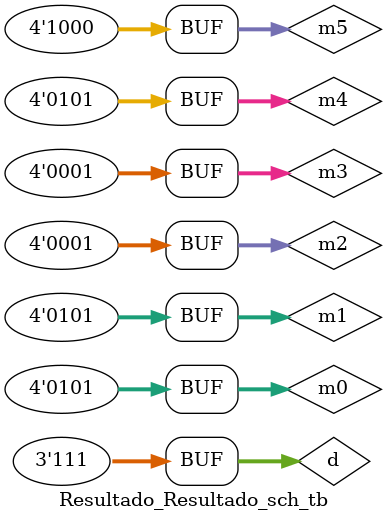
<source format=v>

`timescale 1 s / 1ms

module Resultado_Resultado_sch_tb();

// Inputs
   reg [3:0] m0;
   reg [3:0] m1;
   reg [3:0] m2;
   reg [3:0] m3;
   reg [3:0] m4;
   reg [3:0] m5;
   reg [2:0] d;

// Output
   wire BarreiraFinal;
	wire Valido;
	wire [6:0] Tempo;
	wire [23:0] Matricula1;
	wire [23:0] Matricula2;
   wire [23:0] MAtriculaCompleta;
	wire [3:0] ContagemViaturas;


// Bidirs

// Instantiate the UUT
   Resultado UUT (
		.m0(m0), 
		.m1(m1), 
		.m2(m2), 
		.m3(m3), 
		.m4(m4), 
		.m5(m5), 
		.d(d), 
		.BarreiraFinal(BarreiraFinal),
		.Valido(Valido),
		.Matricula1(Matricula1),
		.Matricula2(Matricula2),
		.Tempo(Tempo),
		.MAtriculaCompleta(MAtriculaCompleta),
		.ContagemViaturas(ContagemViaturas)
   );
// Initialize Inputs
   `ifdef auto_init
       initial begin
		m0 = 4'b 0000;
		m1 = 4'b 0000;
		m2 = 4'b 0000;
		m3 = 4'b 0000;
		m4 = 4'b 0000;
		m5 = 4'b 0000;
		d = 3'b 000;
   `endif
	
	initial
	begin
		m0 = 4'h 3;
		m1 = 4'h 4;
		m2 = 4'h A;
		m3 = 4'h 3;
		m4 = 4'h 6;
		m5 = 4'h 6;
		d = 3'b 001;
		#0.2
		m0 = 4'h 1;
		m1 = 4'h 2;
		m2 = 4'h 3;
		m3 = 4'h 4;
		m4 = 4'h 6;
		m5 = 4'h 8;
		d = 3'b 001;
		#0.6	
		m0 = 4'h 1;
		m1 = 4'h 2;
		m2 = 4'h A;
		m3 = 4'h B;
		m4 = 4'h 6;
		m5 = 4'h 8;
		d = 3'b 001;
		#0.1
		m0 = 4'h B;
		m1 = 4'h D;
		m2 = 4'h 9;
		m3 = 4'h 7;
		m4 = 4'h 5;
		m5 = 4'h 2;
		d = 3'b 001;
		#0.2
		m0 = 4'h 1;
		m1 = 4'h 2;
		m2 = 4'h C;
		m3 = 4'h 5;
		m4 = 4'h 2;
		m5 = 4'h 2;
		d = 3'b 111;
		#0.6		
		m0 = 4'h B;
		m1 = 4'h B;
		m2 = 4'h A;
		m3 = 4'h B;
		m4 = 4'h F;
		m5 = 4'h F;
		d = 3'b 010;
		#0.1
		
		m0 = 4'h 0;
		m1 = 4'h 0;
		m2 = 4'h 3;
		m3 = 4'h 3;
		m4 = 4'h 2;
		m5 = 4'h 4;
		d = 3'b 011;
		#0.6
		
		m0 = 4'h 5;
		m1 = 4'h 5;
		m2 = 4'h 1;
		m3 = 4'h 1;
		m4 = 4'h 5;
		m5 = 4'h 8;
		d = 3'b 111;

	end
endmodule

</source>
